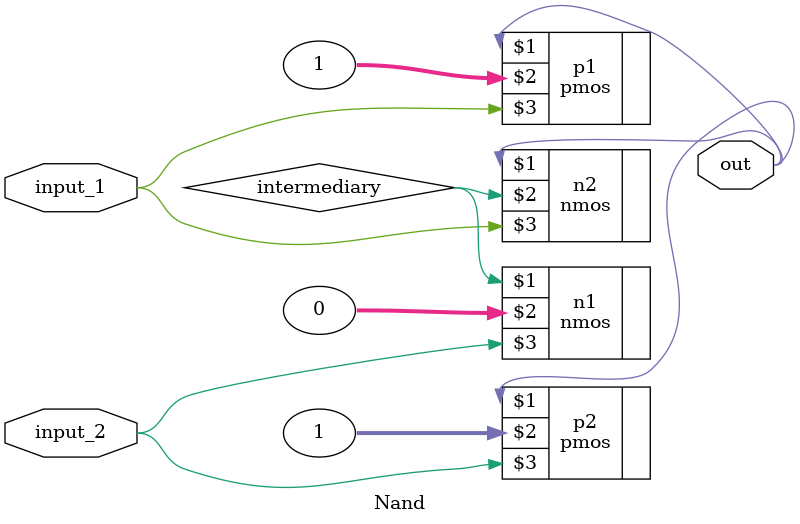
<source format=v>
module Nand(input_1, input_2, out);
	input input_1;
	input input_2;
	output out;

	wire input_1;
	wire input_2;
	wire out;

	wire intermediary;

	nmos n1(intermediary, 0, input_2);
	nmos n2(out, intermediary, input_1);

	pmos p1(out, 1, input_1);
	pmos p2(out, 1, input_2);
endmodule

</source>
